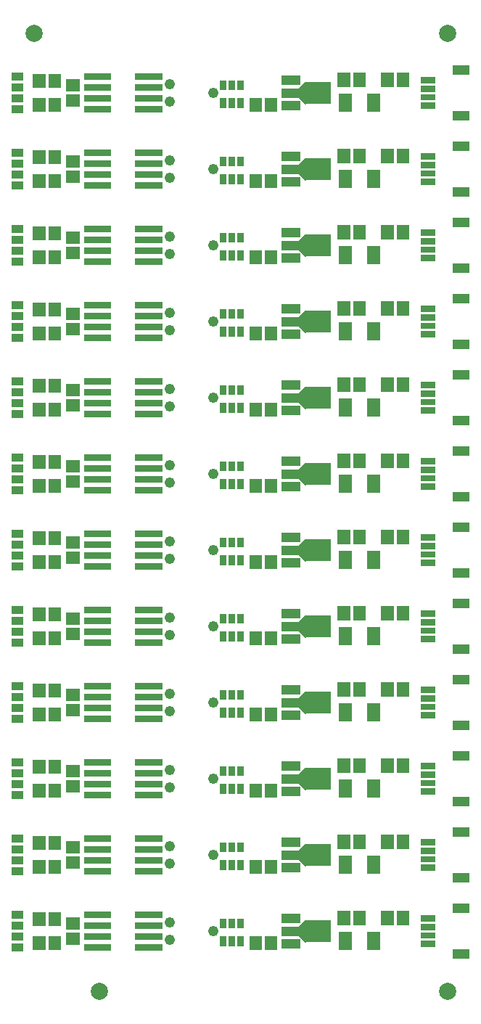
<source format=gbr>
G04 start of page 7 for group -4063 idx -4063 *
G04 Title: (unknown), componentmask *
G04 Creator: pcb 4.0.2 *
G04 CreationDate: Sun Oct 16 03:37:32 2022 UTC *
G04 For: ndholmes *
G04 Format: Gerber/RS-274X *
G04 PCB-Dimensions (mil): 3000.00 5500.00 *
G04 PCB-Coordinate-Origin: lower left *
%MOIN*%
%FSLAX25Y25*%
%LNTOPMASK*%
%ADD44C,0.0787*%
%ADD43C,0.0001*%
%ADD42C,0.0490*%
G54D42*X152500Y362500D03*
Y327500D03*
Y292500D03*
Y257500D03*
X132500Y366500D03*
Y358500D03*
Y331500D03*
Y323500D03*
Y296500D03*
Y288500D03*
Y261500D03*
Y253500D03*
X152500Y432500D03*
X132500Y436500D03*
Y428500D03*
X152500Y397500D03*
X132500Y401500D03*
X152500Y467500D03*
X132500Y471500D03*
Y463500D03*
Y393500D03*
X152500Y222500D03*
Y187500D03*
Y152500D03*
Y117500D03*
X132500Y226500D03*
Y218500D03*
Y191500D03*
Y183500D03*
Y156500D03*
Y148500D03*
Y121500D03*
Y113500D03*
X152500Y82500D03*
X132500Y86500D03*
Y78500D03*
G54D43*G36*
X59702Y391718D02*Y388282D01*
X65054D01*
Y391718D01*
X59702D01*
G37*
G36*
Y396718D02*Y393282D01*
X65054D01*
Y396718D01*
X59702D01*
G37*
G36*
X75316Y395252D02*X69598D01*
Y388748D01*
X75316D01*
Y395252D01*
G37*
G36*
Y406252D02*X69598D01*
Y399748D01*
X75316D01*
Y406252D01*
G37*
G36*
X59702Y401718D02*Y398282D01*
X65054D01*
Y401718D01*
X59702D01*
G37*
G36*
Y406718D02*Y403282D01*
X65054D01*
Y406718D01*
X59702D01*
G37*
G36*
X84748Y396816D02*Y391098D01*
X91252D01*
Y396816D01*
X84748D01*
G37*
G36*
Y403902D02*Y398184D01*
X91252D01*
Y403902D01*
X84748D01*
G37*
G36*
X82402Y395252D02*X76684D01*
Y388748D01*
X82402D01*
Y395252D01*
G37*
G36*
Y406252D02*X76684D01*
Y399748D01*
X82402D01*
Y406252D01*
G37*
G36*
X96000Y406500D02*Y403500D01*
X105500D01*
Y406500D01*
X96000D01*
G37*
G36*
Y401500D02*Y398500D01*
X105500D01*
Y401500D01*
X96000D01*
G37*
G36*
X93000D02*Y398500D01*
X102500D01*
Y401500D01*
X93000D01*
G37*
G36*
X96000Y396500D02*Y393500D01*
X105500D01*
Y396500D01*
X96000D01*
G37*
G36*
X93000D02*Y393500D01*
X102500D01*
Y396500D01*
X93000D01*
G37*
G36*
Y391500D02*Y388500D01*
X102500D01*
Y391500D01*
X93000D01*
G37*
G36*
X96000D02*Y388500D01*
X105500D01*
Y391500D01*
X96000D01*
G37*
G36*
X93000Y406500D02*Y403500D01*
X102500D01*
Y406500D01*
X93000D01*
G37*
G36*
X59702Y356718D02*Y353282D01*
X65054D01*
Y356718D01*
X59702D01*
G37*
G36*
Y361718D02*Y358282D01*
X65054D01*
Y361718D01*
X59702D01*
G37*
G36*
X75316Y360252D02*X69598D01*
Y353748D01*
X75316D01*
Y360252D01*
G37*
G36*
Y371252D02*X69598D01*
Y364748D01*
X75316D01*
Y371252D01*
G37*
G36*
X59702Y366718D02*Y363282D01*
X65054D01*
Y366718D01*
X59702D01*
G37*
G36*
Y371718D02*Y368282D01*
X65054D01*
Y371718D01*
X59702D01*
G37*
G36*
X84748Y361816D02*Y356098D01*
X91252D01*
Y361816D01*
X84748D01*
G37*
G36*
Y368902D02*Y363184D01*
X91252D01*
Y368902D01*
X84748D01*
G37*
G36*
X82402Y360252D02*X76684D01*
Y353748D01*
X82402D01*
Y360252D01*
G37*
G36*
Y371252D02*X76684D01*
Y364748D01*
X82402D01*
Y371252D01*
G37*
G36*
X96000Y371500D02*Y368500D01*
X105500D01*
Y371500D01*
X96000D01*
G37*
G36*
Y366500D02*Y363500D01*
X105500D01*
Y366500D01*
X96000D01*
G37*
G36*
X93000D02*Y363500D01*
X102500D01*
Y366500D01*
X93000D01*
G37*
G36*
X96000Y361500D02*Y358500D01*
X105500D01*
Y361500D01*
X96000D01*
G37*
G36*
X93000D02*Y358500D01*
X102500D01*
Y361500D01*
X93000D01*
G37*
G36*
Y356500D02*Y353500D01*
X102500D01*
Y356500D01*
X93000D01*
G37*
G36*
X96000D02*Y353500D01*
X105500D01*
Y356500D01*
X96000D01*
G37*
G36*
X93000Y371500D02*Y368500D01*
X102500D01*
Y371500D01*
X93000D01*
G37*
G36*
X158600Y430100D02*X155600D01*
Y425500D01*
X158600D01*
Y430100D01*
G37*
G36*
Y395100D02*X155600D01*
Y390500D01*
X158600D01*
Y395100D01*
G37*
G36*
X116500Y426500D02*Y423500D01*
X126000D01*
Y426500D01*
X116500D01*
G37*
G36*
X119500D02*Y423500D01*
X129000D01*
Y426500D01*
X119500D01*
G37*
G36*
X116500Y431500D02*Y428500D01*
X126000D01*
Y431500D01*
X116500D01*
G37*
G36*
X119500D02*Y428500D01*
X129000D01*
Y431500D01*
X119500D01*
G37*
G36*
X116500Y391500D02*Y388500D01*
X126000D01*
Y391500D01*
X116500D01*
G37*
G36*
Y396500D02*Y393500D01*
X126000D01*
Y396500D01*
X116500D01*
G37*
G36*
X119500Y391500D02*Y388500D01*
X129000D01*
Y391500D01*
X119500D01*
G37*
G36*
Y396500D02*Y393500D01*
X129000D01*
Y396500D01*
X119500D01*
G37*
G36*
X116500Y401500D02*Y398500D01*
X126000D01*
Y401500D01*
X116500D01*
G37*
G36*
Y406500D02*Y403500D01*
X126000D01*
Y406500D01*
X116500D01*
G37*
G36*
X119500Y401500D02*Y398500D01*
X129000D01*
Y401500D01*
X119500D01*
G37*
G36*
Y406500D02*Y403500D01*
X129000D01*
Y406500D01*
X119500D01*
G37*
G36*
X59702Y321718D02*Y318282D01*
X65054D01*
Y321718D01*
X59702D01*
G37*
G36*
Y326718D02*Y323282D01*
X65054D01*
Y326718D01*
X59702D01*
G37*
G36*
X75316Y325252D02*X69598D01*
Y318748D01*
X75316D01*
Y325252D01*
G37*
G36*
Y336252D02*X69598D01*
Y329748D01*
X75316D01*
Y336252D01*
G37*
G36*
X59702Y331718D02*Y328282D01*
X65054D01*
Y331718D01*
X59702D01*
G37*
G36*
Y336718D02*Y333282D01*
X65054D01*
Y336718D01*
X59702D01*
G37*
G36*
X84748Y326816D02*Y321098D01*
X91252D01*
Y326816D01*
X84748D01*
G37*
G36*
Y333902D02*Y328184D01*
X91252D01*
Y333902D01*
X84748D01*
G37*
G36*
X82402Y325252D02*X76684D01*
Y318748D01*
X82402D01*
Y325252D01*
G37*
G36*
Y336252D02*X76684D01*
Y329748D01*
X82402D01*
Y336252D01*
G37*
G36*
X96000Y336500D02*Y333500D01*
X105500D01*
Y336500D01*
X96000D01*
G37*
G36*
Y331500D02*Y328500D01*
X105500D01*
Y331500D01*
X96000D01*
G37*
G36*
X93000D02*Y328500D01*
X102500D01*
Y331500D01*
X93000D01*
G37*
G36*
X96000Y326500D02*Y323500D01*
X105500D01*
Y326500D01*
X96000D01*
G37*
G36*
X93000D02*Y323500D01*
X102500D01*
Y326500D01*
X93000D01*
G37*
G36*
Y321500D02*Y318500D01*
X102500D01*
Y321500D01*
X93000D01*
G37*
G36*
X96000D02*Y318500D01*
X105500D01*
Y321500D01*
X96000D01*
G37*
G36*
X93000Y336500D02*Y333500D01*
X102500D01*
Y336500D01*
X93000D01*
G37*
G36*
X166400Y403300D02*X163400D01*
Y398700D01*
X166400D01*
Y403300D01*
G37*
G36*
Y395100D02*X163400D01*
Y390500D01*
X166400D01*
Y395100D01*
G37*
G36*
X162500Y403300D02*X159500D01*
Y398700D01*
X162500D01*
Y403300D01*
G37*
G36*
X158600D02*X155600D01*
Y398700D01*
X158600D01*
Y403300D01*
G37*
G36*
X162500Y395100D02*X159500D01*
Y390500D01*
X162500D01*
Y395100D01*
G37*
G36*
X166400Y368300D02*X163400D01*
Y363700D01*
X166400D01*
Y368300D01*
G37*
G36*
X162500D02*X159500D01*
Y363700D01*
X162500D01*
Y368300D01*
G37*
G36*
X158600D02*X155600D01*
Y363700D01*
X158600D01*
Y368300D01*
G37*
G36*
X162500Y360100D02*X159500D01*
Y355500D01*
X162500D01*
Y360100D01*
G37*
G36*
X166400D02*X163400D01*
Y355500D01*
X166400D01*
Y360100D01*
G37*
G36*
X158600D02*X155600D01*
Y355500D01*
X158600D01*
Y360100D01*
G37*
G36*
X116500Y356500D02*Y353500D01*
X126000D01*
Y356500D01*
X116500D01*
G37*
G36*
X119500D02*Y353500D01*
X129000D01*
Y356500D01*
X119500D01*
G37*
G36*
X116500Y361500D02*Y358500D01*
X126000D01*
Y361500D01*
X116500D01*
G37*
G36*
Y366500D02*Y363500D01*
X126000D01*
Y366500D01*
X116500D01*
G37*
G36*
Y371500D02*Y368500D01*
X126000D01*
Y371500D01*
X116500D01*
G37*
G36*
X119500Y361500D02*Y358500D01*
X129000D01*
Y361500D01*
X119500D01*
G37*
G36*
Y366500D02*Y363500D01*
X129000D01*
Y366500D01*
X119500D01*
G37*
G36*
Y371500D02*Y368500D01*
X129000D01*
Y371500D01*
X119500D01*
G37*
G36*
X116500Y321500D02*Y318500D01*
X126000D01*
Y321500D01*
X116500D01*
G37*
G36*
Y326500D02*Y323500D01*
X126000D01*
Y326500D01*
X116500D01*
G37*
G36*
X119500Y321500D02*Y318500D01*
X129000D01*
Y321500D01*
X119500D01*
G37*
G36*
Y326500D02*Y323500D01*
X129000D01*
Y326500D01*
X119500D01*
G37*
G36*
X116500Y331500D02*Y328500D01*
X126000D01*
Y331500D01*
X116500D01*
G37*
G36*
Y336500D02*Y333500D01*
X126000D01*
Y336500D01*
X116500D01*
G37*
G36*
X119500Y331500D02*Y328500D01*
X129000D01*
Y331500D01*
X119500D01*
G37*
G36*
Y336500D02*Y333500D01*
X129000D01*
Y336500D01*
X119500D01*
G37*
G36*
X59702Y461718D02*Y458282D01*
X65054D01*
Y461718D01*
X59702D01*
G37*
G36*
Y466718D02*Y463282D01*
X65054D01*
Y466718D01*
X59702D01*
G37*
G36*
Y471718D02*Y468282D01*
X65054D01*
Y471718D01*
X59702D01*
G37*
G36*
Y476718D02*Y473282D01*
X65054D01*
Y476718D01*
X59702D01*
G37*
G36*
X75316Y476252D02*X69598D01*
Y469748D01*
X75316D01*
Y476252D01*
G37*
G36*
X82402D02*X76684D01*
Y469748D01*
X82402D01*
Y476252D01*
G37*
G36*
X75316Y465252D02*X69598D01*
Y458748D01*
X75316D01*
Y465252D01*
G37*
G36*
X82402D02*X76684D01*
Y458748D01*
X82402D01*
Y465252D01*
G37*
G54D44*X70000Y495000D03*
G54D43*G36*
X84748Y466816D02*Y461098D01*
X91252D01*
Y466816D01*
X84748D01*
G37*
G36*
Y473902D02*Y468184D01*
X91252D01*
Y473902D01*
X84748D01*
G37*
G36*
X96000Y476500D02*Y473500D01*
X105500D01*
Y476500D01*
X96000D01*
G37*
G36*
Y471500D02*Y468500D01*
X105500D01*
Y471500D01*
X96000D01*
G37*
G36*
X93000D02*Y468500D01*
X102500D01*
Y471500D01*
X93000D01*
G37*
G36*
X96000Y466500D02*Y463500D01*
X105500D01*
Y466500D01*
X96000D01*
G37*
G36*
X93000D02*Y463500D01*
X102500D01*
Y466500D01*
X93000D01*
G37*
G36*
Y461500D02*Y458500D01*
X102500D01*
Y461500D01*
X93000D01*
G37*
G36*
X96000D02*Y458500D01*
X105500D01*
Y461500D01*
X96000D01*
G37*
G36*
X93000Y476500D02*Y473500D01*
X102500D01*
Y476500D01*
X93000D01*
G37*
G36*
X59702Y426718D02*Y423282D01*
X65054D01*
Y426718D01*
X59702D01*
G37*
G36*
Y431718D02*Y428282D01*
X65054D01*
Y431718D01*
X59702D01*
G37*
G36*
X75316Y430252D02*X69598D01*
Y423748D01*
X75316D01*
Y430252D01*
G37*
G36*
Y441252D02*X69598D01*
Y434748D01*
X75316D01*
Y441252D01*
G37*
G36*
X59702Y436718D02*Y433282D01*
X65054D01*
Y436718D01*
X59702D01*
G37*
G36*
Y441718D02*Y438282D01*
X65054D01*
Y441718D01*
X59702D01*
G37*
G36*
X84748Y431816D02*Y426098D01*
X91252D01*
Y431816D01*
X84748D01*
G37*
G36*
Y438902D02*Y433184D01*
X91252D01*
Y438902D01*
X84748D01*
G37*
G36*
X82402Y430252D02*X76684D01*
Y423748D01*
X82402D01*
Y430252D01*
G37*
G36*
Y441252D02*X76684D01*
Y434748D01*
X82402D01*
Y441252D01*
G37*
G36*
X96000Y441500D02*Y438500D01*
X105500D01*
Y441500D01*
X96000D01*
G37*
G36*
Y436500D02*Y433500D01*
X105500D01*
Y436500D01*
X96000D01*
G37*
G36*
X93000D02*Y433500D01*
X102500D01*
Y436500D01*
X93000D01*
G37*
G36*
X96000Y431500D02*Y428500D01*
X105500D01*
Y431500D01*
X96000D01*
G37*
G36*
X93000D02*Y428500D01*
X102500D01*
Y431500D01*
X93000D01*
G37*
G36*
Y426500D02*Y423500D01*
X102500D01*
Y426500D01*
X93000D01*
G37*
G36*
X96000D02*Y423500D01*
X105500D01*
Y426500D01*
X96000D01*
G37*
G36*
X93000Y441500D02*Y438500D01*
X102500D01*
Y441500D01*
X93000D01*
G37*
G36*
X229050Y467050D02*X222950D01*
Y458950D01*
X229050D01*
Y467050D01*
G37*
G36*
X216050D02*X209950D01*
Y458950D01*
X216050D01*
Y467050D01*
G37*
G36*
X215316Y476752D02*X209598D01*
Y470248D01*
X215316D01*
Y476752D01*
G37*
G36*
X222402D02*X216684D01*
Y470248D01*
X222402D01*
Y476752D01*
G37*
G36*
X229050Y432050D02*X222950D01*
Y423950D01*
X229050D01*
Y432050D01*
G37*
G36*
X216050D02*X209950D01*
Y423950D01*
X216050D01*
Y432050D01*
G37*
G36*
X222402Y441752D02*X216684D01*
Y435248D01*
X222402D01*
Y441752D01*
G37*
G36*
X215316D02*X209598D01*
Y435248D01*
X215316D01*
Y441752D01*
G37*
G36*
X229050Y397050D02*X222950D01*
Y388950D01*
X229050D01*
Y397050D01*
G37*
G36*
Y362050D02*X222950D01*
Y353950D01*
X229050D01*
Y362050D01*
G37*
G36*
X235316Y371752D02*X229598D01*
Y365248D01*
X235316D01*
Y371752D01*
G37*
G36*
X242402D02*X236684D01*
Y365248D01*
X242402D01*
Y371752D01*
G37*
G36*
X216050Y397050D02*X209950D01*
Y388950D01*
X216050D01*
Y397050D01*
G37*
G36*
X215316Y406752D02*X209598D01*
Y400248D01*
X215316D01*
Y406752D01*
G37*
G36*
X222402D02*X216684D01*
Y400248D01*
X222402D01*
Y406752D01*
G37*
G36*
X216050Y362050D02*X209950D01*
Y353950D01*
X216050D01*
Y362050D01*
G37*
G36*
X215316Y371752D02*X209598D01*
Y365248D01*
X215316D01*
Y371752D01*
G37*
G36*
X222402D02*X216684D01*
Y365248D01*
X222402D01*
Y371752D01*
G37*
G36*
X183826Y475596D02*Y471216D01*
X192300D01*
Y475596D01*
X183826D01*
G37*
G36*
Y469690D02*Y465310D01*
X200016D01*
Y469690D01*
X183826D01*
G37*
G36*
X194535Y472525D02*Y462475D01*
X206475D01*
Y472525D01*
X194535D01*
G37*
G36*
X196679Y470805D02*X194835Y472649D01*
X191571Y469385D01*
X193415Y467541D01*
X196679Y470805D01*
G37*
G36*
X193415Y467459D02*X191571Y465615D01*
X194835Y462351D01*
X196679Y464195D01*
X193415Y467459D01*
G37*
G36*
X183826Y463784D02*Y459404D01*
X192300D01*
Y463784D01*
X183826D01*
G37*
G36*
X181902Y465252D02*X176184D01*
Y458748D01*
X181902D01*
Y465252D01*
G37*
G36*
X174816D02*X169098D01*
Y458748D01*
X174816D01*
Y465252D01*
G37*
G36*
X181902Y360252D02*X176184D01*
Y353748D01*
X181902D01*
Y360252D01*
G37*
G36*
X174816D02*X169098D01*
Y353748D01*
X174816D01*
Y360252D01*
G37*
G36*
X247649Y463075D02*Y460113D01*
X254351D01*
Y463075D01*
X247649D01*
G37*
G36*
Y467012D02*Y464050D01*
X254351D01*
Y467012D01*
X247649D01*
G37*
G36*
Y470950D02*Y467988D01*
X254351D01*
Y470950D01*
X247649D01*
G37*
G36*
Y474887D02*Y471925D01*
X254351D01*
Y474887D01*
X247649D01*
G37*
G36*
X262413Y459138D02*Y454700D01*
X270099D01*
Y459138D01*
X262413D01*
G37*
G36*
Y480300D02*Y475862D01*
X270099D01*
Y480300D01*
X262413D01*
G37*
G36*
X235316Y476752D02*X229598D01*
Y470248D01*
X235316D01*
Y476752D01*
G37*
G36*
X242402D02*X236684D01*
Y470248D01*
X242402D01*
Y476752D01*
G37*
G54D44*X260000Y495000D03*
G54D43*G36*
X247649Y428075D02*Y425113D01*
X254351D01*
Y428075D01*
X247649D01*
G37*
G36*
Y432012D02*Y429050D01*
X254351D01*
Y432012D01*
X247649D01*
G37*
G36*
X262413Y424138D02*Y419700D01*
X270099D01*
Y424138D01*
X262413D01*
G37*
G36*
X247649Y435950D02*Y432988D01*
X254351D01*
Y435950D01*
X247649D01*
G37*
G36*
X235316Y441752D02*X229598D01*
Y435248D01*
X235316D01*
Y441752D01*
G37*
G36*
X242402D02*X236684D01*
Y435248D01*
X242402D01*
Y441752D01*
G37*
G36*
X247649Y439887D02*Y436925D01*
X254351D01*
Y439887D01*
X247649D01*
G37*
G36*
X262413Y445300D02*Y440862D01*
X270099D01*
Y445300D01*
X262413D01*
G37*
G36*
Y410300D02*Y405862D01*
X270099D01*
Y410300D01*
X262413D01*
G37*
G36*
X158600Y473300D02*X155600D01*
Y468700D01*
X158600D01*
Y473300D01*
G37*
G36*
X162500Y465100D02*X159500D01*
Y460500D01*
X162500D01*
Y465100D01*
G37*
G36*
X166400D02*X163400D01*
Y460500D01*
X166400D01*
Y465100D01*
G37*
G36*
X116500Y471500D02*Y468500D01*
X126000D01*
Y471500D01*
X116500D01*
G37*
G36*
Y476500D02*Y473500D01*
X126000D01*
Y476500D01*
X116500D01*
G37*
G36*
X119500D02*Y473500D01*
X129000D01*
Y476500D01*
X119500D01*
G37*
G36*
X116500Y436500D02*Y433500D01*
X126000D01*
Y436500D01*
X116500D01*
G37*
G36*
Y441500D02*Y438500D01*
X126000D01*
Y441500D01*
X116500D01*
G37*
G36*
X119500Y436500D02*Y433500D01*
X129000D01*
Y436500D01*
X119500D01*
G37*
G36*
Y441500D02*Y438500D01*
X129000D01*
Y441500D01*
X119500D01*
G37*
G36*
X158600Y465100D02*X155600D01*
Y460500D01*
X158600D01*
Y465100D01*
G37*
G36*
X116500Y461500D02*Y458500D01*
X126000D01*
Y461500D01*
X116500D01*
G37*
G36*
Y466500D02*Y463500D01*
X126000D01*
Y466500D01*
X116500D01*
G37*
G36*
X119500Y461500D02*Y458500D01*
X129000D01*
Y461500D01*
X119500D01*
G37*
G36*
Y466500D02*Y463500D01*
X129000D01*
Y466500D01*
X119500D01*
G37*
G36*
Y471500D02*Y468500D01*
X129000D01*
Y471500D01*
X119500D01*
G37*
G36*
X166400Y473300D02*X163400D01*
Y468700D01*
X166400D01*
Y473300D01*
G37*
G36*
Y438300D02*X163400D01*
Y433700D01*
X166400D01*
Y438300D01*
G37*
G36*
X162500Y473300D02*X159500D01*
Y468700D01*
X162500D01*
Y473300D01*
G37*
G36*
Y438300D02*X159500D01*
Y433700D01*
X162500D01*
Y438300D01*
G37*
G36*
X158600D02*X155600D01*
Y433700D01*
X158600D01*
Y438300D01*
G37*
G36*
X162500Y430100D02*X159500D01*
Y425500D01*
X162500D01*
Y430100D01*
G37*
G36*
X166400D02*X163400D01*
Y425500D01*
X166400D01*
Y430100D01*
G37*
G36*
X183826Y440596D02*Y436216D01*
X192300D01*
Y440596D01*
X183826D01*
G37*
G36*
Y434690D02*Y430310D01*
X200016D01*
Y434690D01*
X183826D01*
G37*
G36*
Y428784D02*Y424404D01*
X192300D01*
Y428784D01*
X183826D01*
G37*
G36*
X181902Y430252D02*X176184D01*
Y423748D01*
X181902D01*
Y430252D01*
G37*
G36*
X174816D02*X169098D01*
Y423748D01*
X174816D01*
Y430252D01*
G37*
G36*
X194535Y437525D02*Y427475D01*
X206475D01*
Y437525D01*
X194535D01*
G37*
G36*
X196679Y435805D02*X194835Y437649D01*
X191571Y434385D01*
X193415Y432541D01*
X196679Y435805D01*
G37*
G36*
X193415Y432459D02*X191571Y430615D01*
X194835Y427351D01*
X196679Y429195D01*
X193415Y432459D01*
G37*
G36*
X247649Y393075D02*Y390113D01*
X254351D01*
Y393075D01*
X247649D01*
G37*
G36*
Y397012D02*Y394050D01*
X254351D01*
Y397012D01*
X247649D01*
G37*
G36*
Y400950D02*Y397988D01*
X254351D01*
Y400950D01*
X247649D01*
G37*
G36*
Y404887D02*Y401925D01*
X254351D01*
Y404887D01*
X247649D01*
G37*
G36*
X235316Y406752D02*X229598D01*
Y400248D01*
X235316D01*
Y406752D01*
G37*
G36*
X242402D02*X236684D01*
Y400248D01*
X242402D01*
Y406752D01*
G37*
G36*
X262413Y389138D02*Y384700D01*
X270099D01*
Y389138D01*
X262413D01*
G37*
G36*
Y375300D02*Y370862D01*
X270099D01*
Y375300D01*
X262413D01*
G37*
G36*
X247649Y358075D02*Y355113D01*
X254351D01*
Y358075D01*
X247649D01*
G37*
G36*
Y362012D02*Y359050D01*
X254351D01*
Y362012D01*
X247649D01*
G37*
G36*
Y365950D02*Y362988D01*
X254351D01*
Y365950D01*
X247649D01*
G37*
G36*
Y369887D02*Y366925D01*
X254351D01*
Y369887D01*
X247649D01*
G37*
G36*
X262413Y354138D02*Y349700D01*
X270099D01*
Y354138D01*
X262413D01*
G37*
G36*
X183826Y405596D02*Y401216D01*
X192300D01*
Y405596D01*
X183826D01*
G37*
G36*
Y399690D02*Y395310D01*
X200016D01*
Y399690D01*
X183826D01*
G37*
G36*
X194535Y402525D02*Y392475D01*
X206475D01*
Y402525D01*
X194535D01*
G37*
G36*
X196679Y400805D02*X194835Y402649D01*
X191571Y399385D01*
X193415Y397541D01*
X196679Y400805D01*
G37*
G36*
X193415Y397459D02*X191571Y395615D01*
X194835Y392351D01*
X196679Y394195D01*
X193415Y397459D01*
G37*
G36*
X183826Y393784D02*Y389404D01*
X192300D01*
Y393784D01*
X183826D01*
G37*
G36*
X181902Y395252D02*X176184D01*
Y388748D01*
X181902D01*
Y395252D01*
G37*
G36*
X174816D02*X169098D01*
Y388748D01*
X174816D01*
Y395252D01*
G37*
G36*
X183826Y370596D02*Y366216D01*
X192300D01*
Y370596D01*
X183826D01*
G37*
G36*
Y364690D02*Y360310D01*
X200016D01*
Y364690D01*
X183826D01*
G37*
G36*
X194535Y367525D02*Y357475D01*
X206475D01*
Y367525D01*
X194535D01*
G37*
G36*
X196679Y365805D02*X194835Y367649D01*
X191571Y364385D01*
X193415Y362541D01*
X196679Y365805D01*
G37*
G36*
X193415Y362459D02*X191571Y360615D01*
X194835Y357351D01*
X196679Y359195D01*
X193415Y362459D01*
G37*
G36*
X183826Y358784D02*Y354404D01*
X192300D01*
Y358784D01*
X183826D01*
G37*
G36*
X229050Y327050D02*X222950D01*
Y318950D01*
X229050D01*
Y327050D01*
G37*
G36*
X235316Y336752D02*X229598D01*
Y330248D01*
X235316D01*
Y336752D01*
G37*
G36*
X242402D02*X236684D01*
Y330248D01*
X242402D01*
Y336752D01*
G37*
G36*
X216050Y327050D02*X209950D01*
Y318950D01*
X216050D01*
Y327050D01*
G37*
G36*
X215316Y336752D02*X209598D01*
Y330248D01*
X215316D01*
Y336752D01*
G37*
G36*
X222402D02*X216684D01*
Y330248D01*
X222402D01*
Y336752D01*
G37*
G36*
X215316Y301752D02*X209598D01*
Y295248D01*
X215316D01*
Y301752D01*
G37*
G36*
X222402D02*X216684D01*
Y295248D01*
X222402D01*
Y301752D01*
G37*
G36*
X247649Y323075D02*Y320113D01*
X254351D01*
Y323075D01*
X247649D01*
G37*
G36*
Y327012D02*Y324050D01*
X254351D01*
Y327012D01*
X247649D01*
G37*
G36*
Y330950D02*Y327988D01*
X254351D01*
Y330950D01*
X247649D01*
G37*
G36*
Y334887D02*Y331925D01*
X254351D01*
Y334887D01*
X247649D01*
G37*
G36*
X262413Y319138D02*Y314700D01*
X270099D01*
Y319138D01*
X262413D01*
G37*
G36*
Y340300D02*Y335862D01*
X270099D01*
Y340300D01*
X262413D01*
G37*
G36*
X183826Y335596D02*Y331216D01*
X192300D01*
Y335596D01*
X183826D01*
G37*
G36*
Y329690D02*Y325310D01*
X200016D01*
Y329690D01*
X183826D01*
G37*
G36*
X194535Y332525D02*Y322475D01*
X206475D01*
Y332525D01*
X194535D01*
G37*
G36*
X196679Y330805D02*X194835Y332649D01*
X191571Y329385D01*
X193415Y327541D01*
X196679Y330805D01*
G37*
G36*
X193415Y327459D02*X191571Y325615D01*
X194835Y322351D01*
X196679Y324195D01*
X193415Y327459D01*
G37*
G36*
X183826Y323784D02*Y319404D01*
X192300D01*
Y323784D01*
X183826D01*
G37*
G36*
X181902Y325252D02*X176184D01*
Y318748D01*
X181902D01*
Y325252D01*
G37*
G36*
X174816D02*X169098D01*
Y318748D01*
X174816D01*
Y325252D01*
G37*
G36*
X229050Y292050D02*X222950D01*
Y283950D01*
X229050D01*
Y292050D01*
G37*
G36*
X247649Y288075D02*Y285113D01*
X254351D01*
Y288075D01*
X247649D01*
G37*
G36*
Y292012D02*Y289050D01*
X254351D01*
Y292012D01*
X247649D01*
G37*
G36*
Y295950D02*Y292988D01*
X254351D01*
Y295950D01*
X247649D01*
G37*
G36*
Y299887D02*Y296925D01*
X254351D01*
Y299887D01*
X247649D01*
G37*
G36*
X235316Y301752D02*X229598D01*
Y295248D01*
X235316D01*
Y301752D01*
G37*
G36*
X242402D02*X236684D01*
Y295248D01*
X242402D01*
Y301752D01*
G37*
G36*
X262413Y284138D02*Y279700D01*
X270099D01*
Y284138D01*
X262413D01*
G37*
G36*
Y305300D02*Y300862D01*
X270099D01*
Y305300D01*
X262413D01*
G37*
G36*
Y270300D02*Y265862D01*
X270099D01*
Y270300D01*
X262413D01*
G37*
G36*
X216050Y292050D02*X209950D01*
Y283950D01*
X216050D01*
Y292050D01*
G37*
G36*
X215316Y266752D02*X209598D01*
Y260248D01*
X215316D01*
Y266752D01*
G37*
G36*
X222402D02*X216684D01*
Y260248D01*
X222402D01*
Y266752D01*
G37*
G36*
X158600Y325100D02*X155600D01*
Y320500D01*
X158600D01*
Y325100D01*
G37*
G36*
Y290100D02*X155600D01*
Y285500D01*
X158600D01*
Y290100D01*
G37*
G36*
X166400Y333300D02*X163400D01*
Y328700D01*
X166400D01*
Y333300D01*
G37*
G36*
Y325100D02*X163400D01*
Y320500D01*
X166400D01*
Y325100D01*
G37*
G36*
Y298300D02*X163400D01*
Y293700D01*
X166400D01*
Y298300D01*
G37*
G36*
Y290100D02*X163400D01*
Y285500D01*
X166400D01*
Y290100D01*
G37*
G36*
X162500Y333300D02*X159500D01*
Y328700D01*
X162500D01*
Y333300D01*
G37*
G36*
Y325100D02*X159500D01*
Y320500D01*
X162500D01*
Y325100D01*
G37*
G36*
X158600Y333300D02*X155600D01*
Y328700D01*
X158600D01*
Y333300D01*
G37*
G36*
X162500Y298300D02*X159500D01*
Y293700D01*
X162500D01*
Y298300D01*
G37*
G36*
X158600D02*X155600D01*
Y293700D01*
X158600D01*
Y298300D01*
G37*
G36*
X162500Y290100D02*X159500D01*
Y285500D01*
X162500D01*
Y290100D01*
G37*
G36*
Y263300D02*X159500D01*
Y258700D01*
X162500D01*
Y263300D01*
G37*
G36*
X158600D02*X155600D01*
Y258700D01*
X158600D01*
Y263300D01*
G37*
G36*
X116500Y286500D02*Y283500D01*
X126000D01*
Y286500D01*
X116500D01*
G37*
G36*
X119500D02*Y283500D01*
X129000D01*
Y286500D01*
X119500D01*
G37*
G36*
X116500Y291500D02*Y288500D01*
X126000D01*
Y291500D01*
X116500D01*
G37*
G36*
Y296500D02*Y293500D01*
X126000D01*
Y296500D01*
X116500D01*
G37*
G36*
Y301500D02*Y298500D01*
X126000D01*
Y301500D01*
X116500D01*
G37*
G36*
X119500Y291500D02*Y288500D01*
X129000D01*
Y291500D01*
X119500D01*
G37*
G36*
Y296500D02*Y293500D01*
X129000D01*
Y296500D01*
X119500D01*
G37*
G36*
Y301500D02*Y298500D01*
X129000D01*
Y301500D01*
X119500D01*
G37*
G36*
X116500Y251500D02*Y248500D01*
X126000D01*
Y251500D01*
X116500D01*
G37*
G36*
Y256500D02*Y253500D01*
X126000D01*
Y256500D01*
X116500D01*
G37*
G36*
Y261500D02*Y258500D01*
X126000D01*
Y261500D01*
X116500D01*
G37*
G36*
Y266500D02*Y263500D01*
X126000D01*
Y266500D01*
X116500D01*
G37*
G36*
X119500Y251500D02*Y248500D01*
X129000D01*
Y251500D01*
X119500D01*
G37*
G36*
X59702Y286718D02*Y283282D01*
X65054D01*
Y286718D01*
X59702D01*
G37*
G36*
Y291718D02*Y288282D01*
X65054D01*
Y291718D01*
X59702D01*
G37*
G36*
X75316Y290252D02*X69598D01*
Y283748D01*
X75316D01*
Y290252D01*
G37*
G36*
Y301252D02*X69598D01*
Y294748D01*
X75316D01*
Y301252D01*
G37*
G36*
X59702Y296718D02*Y293282D01*
X65054D01*
Y296718D01*
X59702D01*
G37*
G36*
Y301718D02*Y298282D01*
X65054D01*
Y301718D01*
X59702D01*
G37*
G36*
X84748Y291816D02*Y286098D01*
X91252D01*
Y291816D01*
X84748D01*
G37*
G36*
Y298902D02*Y293184D01*
X91252D01*
Y298902D01*
X84748D01*
G37*
G36*
X82402Y290252D02*X76684D01*
Y283748D01*
X82402D01*
Y290252D01*
G37*
G36*
Y301252D02*X76684D01*
Y294748D01*
X82402D01*
Y301252D01*
G37*
G36*
X96000Y301500D02*Y298500D01*
X105500D01*
Y301500D01*
X96000D01*
G37*
G36*
Y296500D02*Y293500D01*
X105500D01*
Y296500D01*
X96000D01*
G37*
G36*
X93000D02*Y293500D01*
X102500D01*
Y296500D01*
X93000D01*
G37*
G36*
X96000Y291500D02*Y288500D01*
X105500D01*
Y291500D01*
X96000D01*
G37*
G36*
X93000D02*Y288500D01*
X102500D01*
Y291500D01*
X93000D01*
G37*
G36*
Y286500D02*Y283500D01*
X102500D01*
Y286500D01*
X93000D01*
G37*
G36*
X96000D02*Y283500D01*
X105500D01*
Y286500D01*
X96000D01*
G37*
G36*
X93000Y301500D02*Y298500D01*
X102500D01*
Y301500D01*
X93000D01*
G37*
G36*
X59702Y251718D02*Y248282D01*
X65054D01*
Y251718D01*
X59702D01*
G37*
G36*
Y256718D02*Y253282D01*
X65054D01*
Y256718D01*
X59702D01*
G37*
G36*
X75316Y255252D02*X69598D01*
Y248748D01*
X75316D01*
Y255252D01*
G37*
G36*
Y266252D02*X69598D01*
Y259748D01*
X75316D01*
Y266252D01*
G37*
G36*
X59702Y261718D02*Y258282D01*
X65054D01*
Y261718D01*
X59702D01*
G37*
G36*
Y266718D02*Y263282D01*
X65054D01*
Y266718D01*
X59702D01*
G37*
G36*
X84748Y256816D02*Y251098D01*
X91252D01*
Y256816D01*
X84748D01*
G37*
G36*
Y263902D02*Y258184D01*
X91252D01*
Y263902D01*
X84748D01*
G37*
G36*
X82402Y255252D02*X76684D01*
Y248748D01*
X82402D01*
Y255252D01*
G37*
G36*
Y266252D02*X76684D01*
Y259748D01*
X82402D01*
Y266252D01*
G37*
G36*
X96000Y266500D02*Y263500D01*
X105500D01*
Y266500D01*
X96000D01*
G37*
G36*
Y261500D02*Y258500D01*
X105500D01*
Y261500D01*
X96000D01*
G37*
G36*
X93000D02*Y258500D01*
X102500D01*
Y261500D01*
X93000D01*
G37*
G36*
X96000Y256500D02*Y253500D01*
X105500D01*
Y256500D01*
X96000D01*
G37*
G36*
X93000D02*Y253500D01*
X102500D01*
Y256500D01*
X93000D01*
G37*
G36*
Y251500D02*Y248500D01*
X102500D01*
Y251500D01*
X93000D01*
G37*
G36*
Y266500D02*Y263500D01*
X102500D01*
Y266500D01*
X93000D01*
G37*
G36*
X96000Y251500D02*Y248500D01*
X105500D01*
Y251500D01*
X96000D01*
G37*
G36*
X119500Y256500D02*Y253500D01*
X129000D01*
Y256500D01*
X119500D01*
G37*
G36*
Y261500D02*Y258500D01*
X129000D01*
Y261500D01*
X119500D01*
G37*
G36*
Y266500D02*Y263500D01*
X129000D01*
Y266500D01*
X119500D01*
G37*
G36*
X59702Y216718D02*Y213282D01*
X65054D01*
Y216718D01*
X59702D01*
G37*
G36*
Y221718D02*Y218282D01*
X65054D01*
Y221718D01*
X59702D01*
G37*
G36*
X75316Y220252D02*X69598D01*
Y213748D01*
X75316D01*
Y220252D01*
G37*
G36*
Y231252D02*X69598D01*
Y224748D01*
X75316D01*
Y231252D01*
G37*
G36*
X59702Y226718D02*Y223282D01*
X65054D01*
Y226718D01*
X59702D01*
G37*
G36*
Y231718D02*Y228282D01*
X65054D01*
Y231718D01*
X59702D01*
G37*
G36*
X84748Y221816D02*Y216098D01*
X91252D01*
Y221816D01*
X84748D01*
G37*
G36*
Y228902D02*Y223184D01*
X91252D01*
Y228902D01*
X84748D01*
G37*
G36*
X82402Y220252D02*X76684D01*
Y213748D01*
X82402D01*
Y220252D01*
G37*
G36*
Y231252D02*X76684D01*
Y224748D01*
X82402D01*
Y231252D01*
G37*
G36*
X96000Y231500D02*Y228500D01*
X105500D01*
Y231500D01*
X96000D01*
G37*
G36*
Y226500D02*Y223500D01*
X105500D01*
Y226500D01*
X96000D01*
G37*
G36*
X93000D02*Y223500D01*
X102500D01*
Y226500D01*
X93000D01*
G37*
G36*
X96000Y221500D02*Y218500D01*
X105500D01*
Y221500D01*
X96000D01*
G37*
G36*
X93000D02*Y218500D01*
X102500D01*
Y221500D01*
X93000D01*
G37*
G36*
Y216500D02*Y213500D01*
X102500D01*
Y216500D01*
X93000D01*
G37*
G36*
X96000D02*Y213500D01*
X105500D01*
Y216500D01*
X96000D01*
G37*
G36*
X93000Y231500D02*Y228500D01*
X102500D01*
Y231500D01*
X93000D01*
G37*
G36*
X166400Y228300D02*X163400D01*
Y223700D01*
X166400D01*
Y228300D01*
G37*
G36*
X162500D02*X159500D01*
Y223700D01*
X162500D01*
Y228300D01*
G37*
G36*
X158600D02*X155600D01*
Y223700D01*
X158600D01*
Y228300D01*
G37*
G36*
X162500Y220100D02*X159500D01*
Y215500D01*
X162500D01*
Y220100D01*
G37*
G36*
X166400D02*X163400D01*
Y215500D01*
X166400D01*
Y220100D01*
G37*
G36*
X116500Y226500D02*Y223500D01*
X126000D01*
Y226500D01*
X116500D01*
G37*
G36*
Y231500D02*Y228500D01*
X126000D01*
Y231500D01*
X116500D01*
G37*
G36*
X158600Y220100D02*X155600D01*
Y215500D01*
X158600D01*
Y220100D01*
G37*
G36*
X116500Y216500D02*Y213500D01*
X126000D01*
Y216500D01*
X116500D01*
G37*
G36*
Y221500D02*Y218500D01*
X126000D01*
Y221500D01*
X116500D01*
G37*
G36*
X119500Y216500D02*Y213500D01*
X129000D01*
Y216500D01*
X119500D01*
G37*
G36*
Y221500D02*Y218500D01*
X129000D01*
Y221500D01*
X119500D01*
G37*
G36*
Y226500D02*Y223500D01*
X129000D01*
Y226500D01*
X119500D01*
G37*
G36*
X59702Y181718D02*Y178282D01*
X65054D01*
Y181718D01*
X59702D01*
G37*
G36*
Y186718D02*Y183282D01*
X65054D01*
Y186718D01*
X59702D01*
G37*
G36*
X75316Y185252D02*X69598D01*
Y178748D01*
X75316D01*
Y185252D01*
G37*
G36*
Y196252D02*X69598D01*
Y189748D01*
X75316D01*
Y196252D01*
G37*
G36*
X59702Y191718D02*Y188282D01*
X65054D01*
Y191718D01*
X59702D01*
G37*
G36*
Y196718D02*Y193282D01*
X65054D01*
Y196718D01*
X59702D01*
G37*
G36*
X84748Y186816D02*Y181098D01*
X91252D01*
Y186816D01*
X84748D01*
G37*
G36*
Y193902D02*Y188184D01*
X91252D01*
Y193902D01*
X84748D01*
G37*
G36*
X82402Y185252D02*X76684D01*
Y178748D01*
X82402D01*
Y185252D01*
G37*
G36*
Y196252D02*X76684D01*
Y189748D01*
X82402D01*
Y196252D01*
G37*
G36*
X96000Y196500D02*Y193500D01*
X105500D01*
Y196500D01*
X96000D01*
G37*
G36*
Y191500D02*Y188500D01*
X105500D01*
Y191500D01*
X96000D01*
G37*
G36*
X93000D02*Y188500D01*
X102500D01*
Y191500D01*
X93000D01*
G37*
G36*
X96000Y186500D02*Y183500D01*
X105500D01*
Y186500D01*
X96000D01*
G37*
G36*
X93000D02*Y183500D01*
X102500D01*
Y186500D01*
X93000D01*
G37*
G36*
Y181500D02*Y178500D01*
X102500D01*
Y181500D01*
X93000D01*
G37*
G36*
X96000D02*Y178500D01*
X105500D01*
Y181500D01*
X96000D01*
G37*
G36*
X93000Y196500D02*Y193500D01*
X102500D01*
Y196500D01*
X93000D01*
G37*
G36*
X59702Y146718D02*Y143282D01*
X65054D01*
Y146718D01*
X59702D01*
G37*
G36*
Y151718D02*Y148282D01*
X65054D01*
Y151718D01*
X59702D01*
G37*
G36*
X75316Y150252D02*X69598D01*
Y143748D01*
X75316D01*
Y150252D01*
G37*
G36*
Y161252D02*X69598D01*
Y154748D01*
X75316D01*
Y161252D01*
G37*
G36*
X59702Y156718D02*Y153282D01*
X65054D01*
Y156718D01*
X59702D01*
G37*
G36*
Y161718D02*Y158282D01*
X65054D01*
Y161718D01*
X59702D01*
G37*
G36*
X84748Y151816D02*Y146098D01*
X91252D01*
Y151816D01*
X84748D01*
G37*
G36*
Y158902D02*Y153184D01*
X91252D01*
Y158902D01*
X84748D01*
G37*
G36*
X82402Y150252D02*X76684D01*
Y143748D01*
X82402D01*
Y150252D01*
G37*
G36*
Y161252D02*X76684D01*
Y154748D01*
X82402D01*
Y161252D01*
G37*
G36*
X96000Y161500D02*Y158500D01*
X105500D01*
Y161500D01*
X96000D01*
G37*
G36*
Y156500D02*Y153500D01*
X105500D01*
Y156500D01*
X96000D01*
G37*
G36*
X93000D02*Y153500D01*
X102500D01*
Y156500D01*
X93000D01*
G37*
G36*
X96000Y151500D02*Y148500D01*
X105500D01*
Y151500D01*
X96000D01*
G37*
G36*
X93000D02*Y148500D01*
X102500D01*
Y151500D01*
X93000D01*
G37*
G36*
Y146500D02*Y143500D01*
X102500D01*
Y146500D01*
X93000D01*
G37*
G36*
X96000D02*Y143500D01*
X105500D01*
Y146500D01*
X96000D01*
G37*
G36*
X93000Y161500D02*Y158500D01*
X102500D01*
Y161500D01*
X93000D01*
G37*
G36*
X59702Y111718D02*Y108282D01*
X65054D01*
Y111718D01*
X59702D01*
G37*
G36*
Y116718D02*Y113282D01*
X65054D01*
Y116718D01*
X59702D01*
G37*
G36*
X75316Y115252D02*X69598D01*
Y108748D01*
X75316D01*
Y115252D01*
G37*
G36*
Y126252D02*X69598D01*
Y119748D01*
X75316D01*
Y126252D01*
G37*
G36*
X59702Y121718D02*Y118282D01*
X65054D01*
Y121718D01*
X59702D01*
G37*
G36*
Y126718D02*Y123282D01*
X65054D01*
Y126718D01*
X59702D01*
G37*
G36*
X84748Y116816D02*Y111098D01*
X91252D01*
Y116816D01*
X84748D01*
G37*
G36*
Y123902D02*Y118184D01*
X91252D01*
Y123902D01*
X84748D01*
G37*
G36*
X82402Y115252D02*X76684D01*
Y108748D01*
X82402D01*
Y115252D01*
G37*
G36*
Y126252D02*X76684D01*
Y119748D01*
X82402D01*
Y126252D01*
G37*
G36*
X96000Y126500D02*Y123500D01*
X105500D01*
Y126500D01*
X96000D01*
G37*
G36*
Y121500D02*Y118500D01*
X105500D01*
Y121500D01*
X96000D01*
G37*
G36*
X93000D02*Y118500D01*
X102500D01*
Y121500D01*
X93000D01*
G37*
G36*
X96000Y116500D02*Y113500D01*
X105500D01*
Y116500D01*
X96000D01*
G37*
G36*
X93000D02*Y113500D01*
X102500D01*
Y116500D01*
X93000D01*
G37*
G36*
Y111500D02*Y108500D01*
X102500D01*
Y111500D01*
X93000D01*
G37*
G36*
X96000D02*Y108500D01*
X105500D01*
Y111500D01*
X96000D01*
G37*
G36*
X93000Y126500D02*Y123500D01*
X102500D01*
Y126500D01*
X93000D01*
G37*
G36*
X59702Y76718D02*Y73282D01*
X65054D01*
Y76718D01*
X59702D01*
G37*
G36*
Y81718D02*Y78282D01*
X65054D01*
Y81718D01*
X59702D01*
G37*
G36*
X75316Y80252D02*X69598D01*
Y73748D01*
X75316D01*
Y80252D01*
G37*
G36*
Y91252D02*X69598D01*
Y84748D01*
X75316D01*
Y91252D01*
G37*
G36*
X59702Y86718D02*Y83282D01*
X65054D01*
Y86718D01*
X59702D01*
G37*
G36*
Y91718D02*Y88282D01*
X65054D01*
Y91718D01*
X59702D01*
G37*
G54D44*X100000Y55000D03*
G54D43*G36*
X166400Y88300D02*X163400D01*
Y83700D01*
X166400D01*
Y88300D01*
G37*
G36*
X162500D02*X159500D01*
Y83700D01*
X162500D01*
Y88300D01*
G37*
G36*
X158600D02*X155600D01*
Y83700D01*
X158600D01*
Y88300D01*
G37*
G36*
X162500Y80100D02*X159500D01*
Y75500D01*
X162500D01*
Y80100D01*
G37*
G36*
X166400D02*X163400D01*
Y75500D01*
X166400D01*
Y80100D01*
G37*
G36*
X84748Y81816D02*Y76098D01*
X91252D01*
Y81816D01*
X84748D01*
G37*
G36*
Y88902D02*Y83184D01*
X91252D01*
Y88902D01*
X84748D01*
G37*
G36*
X82402Y80252D02*X76684D01*
Y73748D01*
X82402D01*
Y80252D01*
G37*
G36*
Y91252D02*X76684D01*
Y84748D01*
X82402D01*
Y91252D01*
G37*
G36*
X96000Y91500D02*Y88500D01*
X105500D01*
Y91500D01*
X96000D01*
G37*
G36*
Y86500D02*Y83500D01*
X105500D01*
Y86500D01*
X96000D01*
G37*
G36*
X93000D02*Y83500D01*
X102500D01*
Y86500D01*
X93000D01*
G37*
G36*
X96000Y81500D02*Y78500D01*
X105500D01*
Y81500D01*
X96000D01*
G37*
G36*
X93000D02*Y78500D01*
X102500D01*
Y81500D01*
X93000D01*
G37*
G36*
Y76500D02*Y73500D01*
X102500D01*
Y76500D01*
X93000D01*
G37*
G36*
X96000D02*Y73500D01*
X105500D01*
Y76500D01*
X96000D01*
G37*
G36*
X93000Y91500D02*Y88500D01*
X102500D01*
Y91500D01*
X93000D01*
G37*
G36*
X116500Y86500D02*Y83500D01*
X126000D01*
Y86500D01*
X116500D01*
G37*
G36*
Y91500D02*Y88500D01*
X126000D01*
Y91500D01*
X116500D01*
G37*
G36*
X119500D02*Y88500D01*
X129000D01*
Y91500D01*
X119500D01*
G37*
G36*
X158600Y80100D02*X155600D01*
Y75500D01*
X158600D01*
Y80100D01*
G37*
G36*
X116500Y76500D02*Y73500D01*
X126000D01*
Y76500D01*
X116500D01*
G37*
G36*
Y81500D02*Y78500D01*
X126000D01*
Y81500D01*
X116500D01*
G37*
G36*
X119500Y76500D02*Y73500D01*
X129000D01*
Y76500D01*
X119500D01*
G37*
G36*
Y81500D02*Y78500D01*
X129000D01*
Y81500D01*
X119500D01*
G37*
G36*
Y86500D02*Y83500D01*
X129000D01*
Y86500D01*
X119500D01*
G37*
G36*
X183826Y300596D02*Y296216D01*
X192300D01*
Y300596D01*
X183826D01*
G37*
G36*
Y294690D02*Y290310D01*
X200016D01*
Y294690D01*
X183826D01*
G37*
G36*
X194535Y297525D02*Y287475D01*
X206475D01*
Y297525D01*
X194535D01*
G37*
G36*
X196679Y295805D02*X194835Y297649D01*
X191571Y294385D01*
X193415Y292541D01*
X196679Y295805D01*
G37*
G36*
X193415Y292459D02*X191571Y290615D01*
X194835Y287351D01*
X196679Y289195D01*
X193415Y292459D01*
G37*
G36*
X183826Y288784D02*Y284404D01*
X192300D01*
Y288784D01*
X183826D01*
G37*
G36*
X181902Y290252D02*X176184D01*
Y283748D01*
X181902D01*
Y290252D01*
G37*
G36*
X174816D02*X169098D01*
Y283748D01*
X174816D01*
Y290252D01*
G37*
G36*
X247649Y253075D02*Y250113D01*
X254351D01*
Y253075D01*
X247649D01*
G37*
G36*
X262413Y249138D02*Y244700D01*
X270099D01*
Y249138D01*
X262413D01*
G37*
G36*
X247649Y257012D02*Y254050D01*
X254351D01*
Y257012D01*
X247649D01*
G37*
G36*
Y260950D02*Y257988D01*
X254351D01*
Y260950D01*
X247649D01*
G37*
G36*
Y264887D02*Y261925D01*
X254351D01*
Y264887D01*
X247649D01*
G37*
G36*
X235316Y266752D02*X229598D01*
Y260248D01*
X235316D01*
Y266752D01*
G37*
G36*
X242402D02*X236684D01*
Y260248D01*
X242402D01*
Y266752D01*
G37*
G36*
X247649Y222012D02*Y219050D01*
X254351D01*
Y222012D01*
X247649D01*
G37*
G36*
Y225950D02*Y222988D01*
X254351D01*
Y225950D01*
X247649D01*
G37*
G36*
Y229887D02*Y226925D01*
X254351D01*
Y229887D01*
X247649D01*
G37*
G36*
X262413Y235300D02*Y230862D01*
X270099D01*
Y235300D01*
X262413D01*
G37*
G36*
X235316Y231752D02*X229598D01*
Y225248D01*
X235316D01*
Y231752D01*
G37*
G36*
X242402D02*X236684D01*
Y225248D01*
X242402D01*
Y231752D01*
G37*
G36*
X183826Y265596D02*Y261216D01*
X192300D01*
Y265596D01*
X183826D01*
G37*
G36*
Y259690D02*Y255310D01*
X200016D01*
Y259690D01*
X183826D01*
G37*
G36*
X194535Y262525D02*Y252475D01*
X206475D01*
Y262525D01*
X194535D01*
G37*
G36*
X196679Y260805D02*X194835Y262649D01*
X191571Y259385D01*
X193415Y257541D01*
X196679Y260805D01*
G37*
G36*
X193415Y257459D02*X191571Y255615D01*
X194835Y252351D01*
X196679Y254195D01*
X193415Y257459D01*
G37*
G36*
X183826Y253784D02*Y249404D01*
X192300D01*
Y253784D01*
X183826D01*
G37*
G36*
X181902Y255252D02*X176184D01*
Y248748D01*
X181902D01*
Y255252D01*
G37*
G36*
X174816D02*X169098D01*
Y248748D01*
X174816D01*
Y255252D01*
G37*
G36*
X229050Y257050D02*X222950D01*
Y248950D01*
X229050D01*
Y257050D01*
G37*
G36*
X216050D02*X209950D01*
Y248950D01*
X216050D01*
Y257050D01*
G37*
G36*
X215316Y231752D02*X209598D01*
Y225248D01*
X215316D01*
Y231752D01*
G37*
G36*
X222402D02*X216684D01*
Y225248D01*
X222402D01*
Y231752D01*
G37*
G36*
X229050Y222050D02*X222950D01*
Y213950D01*
X229050D01*
Y222050D01*
G37*
G36*
X216050D02*X209950D01*
Y213950D01*
X216050D01*
Y222050D01*
G37*
G36*
X229050Y187050D02*X222950D01*
Y178950D01*
X229050D01*
Y187050D01*
G37*
G36*
X216050D02*X209950D01*
Y178950D01*
X216050D01*
Y187050D01*
G37*
G36*
X222402Y196752D02*X216684D01*
Y190248D01*
X222402D01*
Y196752D01*
G37*
G36*
X215316D02*X209598D01*
Y190248D01*
X215316D01*
Y196752D01*
G37*
G36*
X229050Y152050D02*X222950D01*
Y143950D01*
X229050D01*
Y152050D01*
G37*
G36*
Y117050D02*X222950D01*
Y108950D01*
X229050D01*
Y117050D01*
G37*
G36*
X222402Y126752D02*X216684D01*
Y120248D01*
X222402D01*
Y126752D01*
G37*
G36*
X229050Y82050D02*X222950D01*
Y73950D01*
X229050D01*
Y82050D01*
G37*
G36*
X222402Y91752D02*X216684D01*
Y85248D01*
X222402D01*
Y91752D01*
G37*
G36*
X216050Y152050D02*X209950D01*
Y143950D01*
X216050D01*
Y152050D01*
G37*
G36*
Y117050D02*X209950D01*
Y108950D01*
X216050D01*
Y117050D01*
G37*
G36*
X215316Y126752D02*X209598D01*
Y120248D01*
X215316D01*
Y126752D01*
G37*
G36*
X216050Y82050D02*X209950D01*
Y73950D01*
X216050D01*
Y82050D01*
G37*
G36*
X215316Y91752D02*X209598D01*
Y85248D01*
X215316D01*
Y91752D01*
G37*
G36*
Y161752D02*X209598D01*
Y155248D01*
X215316D01*
Y161752D01*
G37*
G36*
X222402D02*X216684D01*
Y155248D01*
X222402D01*
Y161752D01*
G37*
G36*
X183826Y230596D02*Y226216D01*
X192300D01*
Y230596D01*
X183826D01*
G37*
G36*
Y224690D02*Y220310D01*
X200016D01*
Y224690D01*
X183826D01*
G37*
G36*
X194535Y227525D02*Y217475D01*
X206475D01*
Y227525D01*
X194535D01*
G37*
G36*
X196679Y225805D02*X194835Y227649D01*
X191571Y224385D01*
X193415Y222541D01*
X196679Y225805D01*
G37*
G36*
X193415Y222459D02*X191571Y220615D01*
X194835Y217351D01*
X196679Y219195D01*
X193415Y222459D01*
G37*
G36*
X183826Y218784D02*Y214404D01*
X192300D01*
Y218784D01*
X183826D01*
G37*
G36*
X181902Y220252D02*X176184D01*
Y213748D01*
X181902D01*
Y220252D01*
G37*
G36*
X174816D02*X169098D01*
Y213748D01*
X174816D01*
Y220252D01*
G37*
G36*
X247649Y218075D02*Y215113D01*
X254351D01*
Y218075D01*
X247649D01*
G37*
G36*
X262413Y214138D02*Y209700D01*
X270099D01*
Y214138D01*
X262413D01*
G37*
G36*
X247649Y183075D02*Y180113D01*
X254351D01*
Y183075D01*
X247649D01*
G37*
G36*
Y187012D02*Y184050D01*
X254351D01*
Y187012D01*
X247649D01*
G37*
G36*
X262413Y179138D02*Y174700D01*
X270099D01*
Y179138D01*
X262413D01*
G37*
G36*
X247649Y190950D02*Y187988D01*
X254351D01*
Y190950D01*
X247649D01*
G37*
G36*
Y194887D02*Y191925D01*
X254351D01*
Y194887D01*
X247649D01*
G37*
G36*
X262413Y200300D02*Y195862D01*
X270099D01*
Y200300D01*
X262413D01*
G37*
G36*
X235316Y196752D02*X229598D01*
Y190248D01*
X235316D01*
Y196752D01*
G37*
G36*
X242402D02*X236684D01*
Y190248D01*
X242402D01*
Y196752D01*
G37*
G36*
X262413Y95300D02*Y90862D01*
X270099D01*
Y95300D01*
X262413D01*
G37*
G36*
X235316Y91752D02*X229598D01*
Y85248D01*
X235316D01*
Y91752D01*
G37*
G36*
X242402D02*X236684D01*
Y85248D01*
X242402D01*
Y91752D01*
G37*
G36*
X183826Y195596D02*Y191216D01*
X192300D01*
Y195596D01*
X183826D01*
G37*
G36*
Y189690D02*Y185310D01*
X200016D01*
Y189690D01*
X183826D01*
G37*
G36*
X194535Y192525D02*Y182475D01*
X206475D01*
Y192525D01*
X194535D01*
G37*
G36*
X196679Y190805D02*X194835Y192649D01*
X191571Y189385D01*
X193415Y187541D01*
X196679Y190805D01*
G37*
G36*
X193415Y187459D02*X191571Y185615D01*
X194835Y182351D01*
X196679Y184195D01*
X193415Y187459D01*
G37*
G36*
X183826Y183784D02*Y179404D01*
X192300D01*
Y183784D01*
X183826D01*
G37*
G36*
X181902Y185252D02*X176184D01*
Y178748D01*
X181902D01*
Y185252D01*
G37*
G36*
X174816D02*X169098D01*
Y178748D01*
X174816D01*
Y185252D01*
G37*
G36*
X183826Y160596D02*Y156216D01*
X192300D01*
Y160596D01*
X183826D01*
G37*
G36*
Y154690D02*Y150310D01*
X200016D01*
Y154690D01*
X183826D01*
G37*
G36*
X194535Y157525D02*Y147475D01*
X206475D01*
Y157525D01*
X194535D01*
G37*
G36*
X196679Y155805D02*X194835Y157649D01*
X191571Y154385D01*
X193415Y152541D01*
X196679Y155805D01*
G37*
G36*
X193415Y152459D02*X191571Y150615D01*
X194835Y147351D01*
X196679Y149195D01*
X193415Y152459D01*
G37*
G36*
X183826Y148784D02*Y144404D01*
X192300D01*
Y148784D01*
X183826D01*
G37*
G36*
X181902Y150252D02*X176184D01*
Y143748D01*
X181902D01*
Y150252D01*
G37*
G36*
X174816D02*X169098D01*
Y143748D01*
X174816D01*
Y150252D01*
G37*
G36*
X183826Y125596D02*Y121216D01*
X192300D01*
Y125596D01*
X183826D01*
G37*
G36*
Y119690D02*Y115310D01*
X200016D01*
Y119690D01*
X183826D01*
G37*
G36*
X194535Y122525D02*Y112475D01*
X206475D01*
Y122525D01*
X194535D01*
G37*
G36*
X196679Y120805D02*X194835Y122649D01*
X191571Y119385D01*
X193415Y117541D01*
X196679Y120805D01*
G37*
G36*
X193415Y117459D02*X191571Y115615D01*
X194835Y112351D01*
X196679Y114195D01*
X193415Y117459D01*
G37*
G36*
X183826Y113784D02*Y109404D01*
X192300D01*
Y113784D01*
X183826D01*
G37*
G36*
X181902Y115252D02*X176184D01*
Y108748D01*
X181902D01*
Y115252D01*
G37*
G36*
X174816D02*X169098D01*
Y108748D01*
X174816D01*
Y115252D01*
G37*
G36*
X183826Y90596D02*Y86216D01*
X192300D01*
Y90596D01*
X183826D01*
G37*
G36*
Y84690D02*Y80310D01*
X200016D01*
Y84690D01*
X183826D01*
G37*
G36*
X194535Y87525D02*Y77475D01*
X206475D01*
Y87525D01*
X194535D01*
G37*
G36*
X196679Y85805D02*X194835Y87649D01*
X191571Y84385D01*
X193415Y82541D01*
X196679Y85805D01*
G37*
G36*
X193415Y82459D02*X191571Y80615D01*
X194835Y77351D01*
X196679Y79195D01*
X193415Y82459D01*
G37*
G36*
X183826Y78784D02*Y74404D01*
X192300D01*
Y78784D01*
X183826D01*
G37*
G36*
X181902Y80252D02*X176184D01*
Y73748D01*
X181902D01*
Y80252D01*
G37*
G36*
X174816D02*X169098D01*
Y73748D01*
X174816D01*
Y80252D01*
G37*
G36*
X158600Y255100D02*X155600D01*
Y250500D01*
X158600D01*
Y255100D01*
G37*
G36*
X162500Y193300D02*X159500D01*
Y188700D01*
X162500D01*
Y193300D01*
G37*
G36*
X158600D02*X155600D01*
Y188700D01*
X158600D01*
Y193300D01*
G37*
G36*
Y185100D02*X155600D01*
Y180500D01*
X158600D01*
Y185100D01*
G37*
G36*
X162500D02*X159500D01*
Y180500D01*
X162500D01*
Y185100D01*
G37*
G36*
Y255100D02*X159500D01*
Y250500D01*
X162500D01*
Y255100D01*
G37*
G36*
X166400D02*X163400D01*
Y250500D01*
X166400D01*
Y255100D01*
G37*
G36*
Y263300D02*X163400D01*
Y258700D01*
X166400D01*
Y263300D01*
G37*
G36*
Y193300D02*X163400D01*
Y188700D01*
X166400D01*
Y193300D01*
G37*
G36*
Y185100D02*X163400D01*
Y180500D01*
X166400D01*
Y185100D01*
G37*
G36*
Y158300D02*X163400D01*
Y153700D01*
X166400D01*
Y158300D01*
G37*
G36*
Y150100D02*X163400D01*
Y145500D01*
X166400D01*
Y150100D01*
G37*
G36*
Y123300D02*X163400D01*
Y118700D01*
X166400D01*
Y123300D01*
G37*
G36*
Y115100D02*X163400D01*
Y110500D01*
X166400D01*
Y115100D01*
G37*
G36*
X162500Y158300D02*X159500D01*
Y153700D01*
X162500D01*
Y158300D01*
G37*
G36*
Y150100D02*X159500D01*
Y145500D01*
X162500D01*
Y150100D01*
G37*
G36*
Y123300D02*X159500D01*
Y118700D01*
X162500D01*
Y123300D01*
G37*
G36*
Y115100D02*X159500D01*
Y110500D01*
X162500D01*
Y115100D01*
G37*
G36*
X158600Y158300D02*X155600D01*
Y153700D01*
X158600D01*
Y158300D01*
G37*
G36*
Y150100D02*X155600D01*
Y145500D01*
X158600D01*
Y150100D01*
G37*
G36*
Y123300D02*X155600D01*
Y118700D01*
X158600D01*
Y123300D01*
G37*
G36*
Y115100D02*X155600D01*
Y110500D01*
X158600D01*
Y115100D01*
G37*
G36*
X119500Y231500D02*Y228500D01*
X129000D01*
Y231500D01*
X119500D01*
G37*
G36*
X116500Y181500D02*Y178500D01*
X126000D01*
Y181500D01*
X116500D01*
G37*
G36*
X119500D02*Y178500D01*
X129000D01*
Y181500D01*
X119500D01*
G37*
G36*
X116500Y186500D02*Y183500D01*
X126000D01*
Y186500D01*
X116500D01*
G37*
G36*
Y191500D02*Y188500D01*
X126000D01*
Y191500D01*
X116500D01*
G37*
G36*
Y196500D02*Y193500D01*
X126000D01*
Y196500D01*
X116500D01*
G37*
G36*
X119500Y186500D02*Y183500D01*
X129000D01*
Y186500D01*
X119500D01*
G37*
G36*
Y191500D02*Y188500D01*
X129000D01*
Y191500D01*
X119500D01*
G37*
G36*
Y196500D02*Y193500D01*
X129000D01*
Y196500D01*
X119500D01*
G37*
G36*
X116500Y146500D02*Y143500D01*
X126000D01*
Y146500D01*
X116500D01*
G37*
G36*
Y151500D02*Y148500D01*
X126000D01*
Y151500D01*
X116500D01*
G37*
G36*
X119500Y146500D02*Y143500D01*
X129000D01*
Y146500D01*
X119500D01*
G37*
G36*
Y151500D02*Y148500D01*
X129000D01*
Y151500D01*
X119500D01*
G37*
G36*
X116500Y156500D02*Y153500D01*
X126000D01*
Y156500D01*
X116500D01*
G37*
G36*
Y161500D02*Y158500D01*
X126000D01*
Y161500D01*
X116500D01*
G37*
G36*
X119500Y156500D02*Y153500D01*
X129000D01*
Y156500D01*
X119500D01*
G37*
G36*
Y161500D02*Y158500D01*
X129000D01*
Y161500D01*
X119500D01*
G37*
G36*
X116500Y111500D02*Y108500D01*
X126000D01*
Y111500D01*
X116500D01*
G37*
G36*
Y116500D02*Y113500D01*
X126000D01*
Y116500D01*
X116500D01*
G37*
G36*
X119500Y111500D02*Y108500D01*
X129000D01*
Y111500D01*
X119500D01*
G37*
G36*
Y116500D02*Y113500D01*
X129000D01*
Y116500D01*
X119500D01*
G37*
G36*
X116500Y121500D02*Y118500D01*
X126000D01*
Y121500D01*
X116500D01*
G37*
G36*
Y126500D02*Y123500D01*
X126000D01*
Y126500D01*
X116500D01*
G37*
G36*
X119500Y121500D02*Y118500D01*
X129000D01*
Y121500D01*
X119500D01*
G37*
G36*
Y126500D02*Y123500D01*
X129000D01*
Y126500D01*
X119500D01*
G37*
G36*
X247649Y148075D02*Y145113D01*
X254351D01*
Y148075D01*
X247649D01*
G37*
G36*
X262413Y144138D02*Y139700D01*
X270099D01*
Y144138D01*
X262413D01*
G37*
G36*
X247649Y152012D02*Y149050D01*
X254351D01*
Y152012D01*
X247649D01*
G37*
G36*
Y78075D02*Y75113D01*
X254351D01*
Y78075D01*
X247649D01*
G37*
G36*
Y82012D02*Y79050D01*
X254351D01*
Y82012D01*
X247649D01*
G37*
G36*
Y85950D02*Y82988D01*
X254351D01*
Y85950D01*
X247649D01*
G37*
G36*
Y89887D02*Y86925D01*
X254351D01*
Y89887D01*
X247649D01*
G37*
G36*
Y155950D02*Y152988D01*
X254351D01*
Y155950D01*
X247649D01*
G37*
G36*
Y159887D02*Y156925D01*
X254351D01*
Y159887D01*
X247649D01*
G37*
G36*
X262413Y165300D02*Y160862D01*
X270099D01*
Y165300D01*
X262413D01*
G37*
G36*
X235316Y161752D02*X229598D01*
Y155248D01*
X235316D01*
Y161752D01*
G37*
G36*
X242402D02*X236684D01*
Y155248D01*
X242402D01*
Y161752D01*
G37*
G36*
X247649Y113075D02*Y110113D01*
X254351D01*
Y113075D01*
X247649D01*
G37*
G36*
Y117012D02*Y114050D01*
X254351D01*
Y117012D01*
X247649D01*
G37*
G36*
Y120950D02*Y117988D01*
X254351D01*
Y120950D01*
X247649D01*
G37*
G36*
Y124887D02*Y121925D01*
X254351D01*
Y124887D01*
X247649D01*
G37*
G36*
X262413Y109138D02*Y104700D01*
X270099D01*
Y109138D01*
X262413D01*
G37*
G36*
Y130300D02*Y125862D01*
X270099D01*
Y130300D01*
X262413D01*
G37*
G36*
X235316Y126752D02*X229598D01*
Y120248D01*
X235316D01*
Y126752D01*
G37*
G36*
X242402D02*X236684D01*
Y120248D01*
X242402D01*
Y126752D01*
G37*
G36*
X262413Y74138D02*Y69700D01*
X270099D01*
Y74138D01*
X262413D01*
G37*
G54D44*X260000Y55000D03*
M02*

</source>
